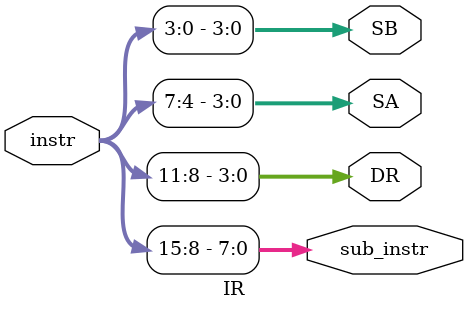
<source format=v>
`timescale 1ns / 1ps
module IR(
	input[15:0] instr, 
	output[7:0] sub_instr,
	output[3:0] DR,
	output[3:0] SA,
	output[3:0] SB
   );
	 
	assign sub_instr = instr[15:8];
	assign DR = instr[11:8];
	assign SA = instr[7:4];
	assign SB = instr[3:0];

endmodule

</source>
